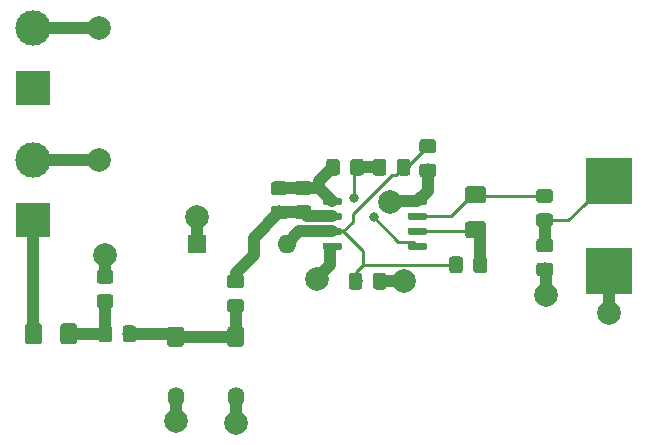
<source format=gbr>
G04 #@! TF.GenerationSoftware,KiCad,Pcbnew,(5.1.4)-1*
G04 #@! TF.CreationDate,2020-04-09T16:08:48+02:00*
G04 #@! TF.ProjectId,PIN_NiklasNachbau,50494e5f-4e69-46b6-9c61-734e61636862,rev?*
G04 #@! TF.SameCoordinates,Original*
G04 #@! TF.FileFunction,Copper,L1,Top*
G04 #@! TF.FilePolarity,Positive*
%FSLAX46Y46*%
G04 Gerber Fmt 4.6, Leading zero omitted, Abs format (unit mm)*
G04 Created by KiCad (PCBNEW (5.1.4)-1) date 2020-04-09 16:08:48*
%MOMM*%
%LPD*%
G04 APERTURE LIST*
%ADD10C,0.100000*%
%ADD11C,0.600000*%
%ADD12R,4.000000X4.000000*%
%ADD13C,1.150000*%
%ADD14C,1.425000*%
%ADD15C,3.000000*%
%ADD16R,3.000000X3.000000*%
%ADD17O,1.600000X1.600000*%
%ADD18R,1.600000X1.600000*%
%ADD19C,1.400000*%
%ADD20O,1.400000X1.700000*%
%ADD21C,2.000000*%
%ADD22C,0.800000*%
%ADD23C,1.000000*%
%ADD24C,0.250000*%
G04 APERTURE END LIST*
D10*
G36*
X138195704Y-67923723D02*
G01*
X138210265Y-67925883D01*
X138224544Y-67929460D01*
X138238404Y-67934419D01*
X138251711Y-67940713D01*
X138264337Y-67948281D01*
X138276160Y-67957049D01*
X138287067Y-67966935D01*
X138296953Y-67977842D01*
X138305721Y-67989665D01*
X138313289Y-68002291D01*
X138319583Y-68015598D01*
X138324542Y-68029458D01*
X138328119Y-68043737D01*
X138330279Y-68058298D01*
X138331001Y-68073001D01*
X138331001Y-68373001D01*
X138330279Y-68387704D01*
X138328119Y-68402265D01*
X138324542Y-68416544D01*
X138319583Y-68430404D01*
X138313289Y-68443711D01*
X138305721Y-68456337D01*
X138296953Y-68468160D01*
X138287067Y-68479067D01*
X138276160Y-68488953D01*
X138264337Y-68497721D01*
X138251711Y-68505289D01*
X138238404Y-68511583D01*
X138224544Y-68516542D01*
X138210265Y-68520119D01*
X138195704Y-68522279D01*
X138181001Y-68523001D01*
X136881001Y-68523001D01*
X136866298Y-68522279D01*
X136851737Y-68520119D01*
X136837458Y-68516542D01*
X136823598Y-68511583D01*
X136810291Y-68505289D01*
X136797665Y-68497721D01*
X136785842Y-68488953D01*
X136774935Y-68479067D01*
X136765049Y-68468160D01*
X136756281Y-68456337D01*
X136748713Y-68443711D01*
X136742419Y-68430404D01*
X136737460Y-68416544D01*
X136733883Y-68402265D01*
X136731723Y-68387704D01*
X136731001Y-68373001D01*
X136731001Y-68073001D01*
X136731723Y-68058298D01*
X136733883Y-68043737D01*
X136737460Y-68029458D01*
X136742419Y-68015598D01*
X136748713Y-68002291D01*
X136756281Y-67989665D01*
X136765049Y-67977842D01*
X136774935Y-67966935D01*
X136785842Y-67957049D01*
X136797665Y-67948281D01*
X136810291Y-67940713D01*
X136823598Y-67934419D01*
X136837458Y-67929460D01*
X136851737Y-67925883D01*
X136866298Y-67923723D01*
X136881001Y-67923001D01*
X138181001Y-67923001D01*
X138195704Y-67923723D01*
X138195704Y-67923723D01*
G37*
D11*
X137531001Y-68223001D03*
D10*
G36*
X138195704Y-69193723D02*
G01*
X138210265Y-69195883D01*
X138224544Y-69199460D01*
X138238404Y-69204419D01*
X138251711Y-69210713D01*
X138264337Y-69218281D01*
X138276160Y-69227049D01*
X138287067Y-69236935D01*
X138296953Y-69247842D01*
X138305721Y-69259665D01*
X138313289Y-69272291D01*
X138319583Y-69285598D01*
X138324542Y-69299458D01*
X138328119Y-69313737D01*
X138330279Y-69328298D01*
X138331001Y-69343001D01*
X138331001Y-69643001D01*
X138330279Y-69657704D01*
X138328119Y-69672265D01*
X138324542Y-69686544D01*
X138319583Y-69700404D01*
X138313289Y-69713711D01*
X138305721Y-69726337D01*
X138296953Y-69738160D01*
X138287067Y-69749067D01*
X138276160Y-69758953D01*
X138264337Y-69767721D01*
X138251711Y-69775289D01*
X138238404Y-69781583D01*
X138224544Y-69786542D01*
X138210265Y-69790119D01*
X138195704Y-69792279D01*
X138181001Y-69793001D01*
X136881001Y-69793001D01*
X136866298Y-69792279D01*
X136851737Y-69790119D01*
X136837458Y-69786542D01*
X136823598Y-69781583D01*
X136810291Y-69775289D01*
X136797665Y-69767721D01*
X136785842Y-69758953D01*
X136774935Y-69749067D01*
X136765049Y-69738160D01*
X136756281Y-69726337D01*
X136748713Y-69713711D01*
X136742419Y-69700404D01*
X136737460Y-69686544D01*
X136733883Y-69672265D01*
X136731723Y-69657704D01*
X136731001Y-69643001D01*
X136731001Y-69343001D01*
X136731723Y-69328298D01*
X136733883Y-69313737D01*
X136737460Y-69299458D01*
X136742419Y-69285598D01*
X136748713Y-69272291D01*
X136756281Y-69259665D01*
X136765049Y-69247842D01*
X136774935Y-69236935D01*
X136785842Y-69227049D01*
X136797665Y-69218281D01*
X136810291Y-69210713D01*
X136823598Y-69204419D01*
X136837458Y-69199460D01*
X136851737Y-69195883D01*
X136866298Y-69193723D01*
X136881001Y-69193001D01*
X138181001Y-69193001D01*
X138195704Y-69193723D01*
X138195704Y-69193723D01*
G37*
D11*
X137531001Y-69493001D03*
D10*
G36*
X138195704Y-70463723D02*
G01*
X138210265Y-70465883D01*
X138224544Y-70469460D01*
X138238404Y-70474419D01*
X138251711Y-70480713D01*
X138264337Y-70488281D01*
X138276160Y-70497049D01*
X138287067Y-70506935D01*
X138296953Y-70517842D01*
X138305721Y-70529665D01*
X138313289Y-70542291D01*
X138319583Y-70555598D01*
X138324542Y-70569458D01*
X138328119Y-70583737D01*
X138330279Y-70598298D01*
X138331001Y-70613001D01*
X138331001Y-70913001D01*
X138330279Y-70927704D01*
X138328119Y-70942265D01*
X138324542Y-70956544D01*
X138319583Y-70970404D01*
X138313289Y-70983711D01*
X138305721Y-70996337D01*
X138296953Y-71008160D01*
X138287067Y-71019067D01*
X138276160Y-71028953D01*
X138264337Y-71037721D01*
X138251711Y-71045289D01*
X138238404Y-71051583D01*
X138224544Y-71056542D01*
X138210265Y-71060119D01*
X138195704Y-71062279D01*
X138181001Y-71063001D01*
X136881001Y-71063001D01*
X136866298Y-71062279D01*
X136851737Y-71060119D01*
X136837458Y-71056542D01*
X136823598Y-71051583D01*
X136810291Y-71045289D01*
X136797665Y-71037721D01*
X136785842Y-71028953D01*
X136774935Y-71019067D01*
X136765049Y-71008160D01*
X136756281Y-70996337D01*
X136748713Y-70983711D01*
X136742419Y-70970404D01*
X136737460Y-70956544D01*
X136733883Y-70942265D01*
X136731723Y-70927704D01*
X136731001Y-70913001D01*
X136731001Y-70613001D01*
X136731723Y-70598298D01*
X136733883Y-70583737D01*
X136737460Y-70569458D01*
X136742419Y-70555598D01*
X136748713Y-70542291D01*
X136756281Y-70529665D01*
X136765049Y-70517842D01*
X136774935Y-70506935D01*
X136785842Y-70497049D01*
X136797665Y-70488281D01*
X136810291Y-70480713D01*
X136823598Y-70474419D01*
X136837458Y-70469460D01*
X136851737Y-70465883D01*
X136866298Y-70463723D01*
X136881001Y-70463001D01*
X138181001Y-70463001D01*
X138195704Y-70463723D01*
X138195704Y-70463723D01*
G37*
D11*
X137531001Y-70763001D03*
D10*
G36*
X138195704Y-71733723D02*
G01*
X138210265Y-71735883D01*
X138224544Y-71739460D01*
X138238404Y-71744419D01*
X138251711Y-71750713D01*
X138264337Y-71758281D01*
X138276160Y-71767049D01*
X138287067Y-71776935D01*
X138296953Y-71787842D01*
X138305721Y-71799665D01*
X138313289Y-71812291D01*
X138319583Y-71825598D01*
X138324542Y-71839458D01*
X138328119Y-71853737D01*
X138330279Y-71868298D01*
X138331001Y-71883001D01*
X138331001Y-72183001D01*
X138330279Y-72197704D01*
X138328119Y-72212265D01*
X138324542Y-72226544D01*
X138319583Y-72240404D01*
X138313289Y-72253711D01*
X138305721Y-72266337D01*
X138296953Y-72278160D01*
X138287067Y-72289067D01*
X138276160Y-72298953D01*
X138264337Y-72307721D01*
X138251711Y-72315289D01*
X138238404Y-72321583D01*
X138224544Y-72326542D01*
X138210265Y-72330119D01*
X138195704Y-72332279D01*
X138181001Y-72333001D01*
X136881001Y-72333001D01*
X136866298Y-72332279D01*
X136851737Y-72330119D01*
X136837458Y-72326542D01*
X136823598Y-72321583D01*
X136810291Y-72315289D01*
X136797665Y-72307721D01*
X136785842Y-72298953D01*
X136774935Y-72289067D01*
X136765049Y-72278160D01*
X136756281Y-72266337D01*
X136748713Y-72253711D01*
X136742419Y-72240404D01*
X136737460Y-72226544D01*
X136733883Y-72212265D01*
X136731723Y-72197704D01*
X136731001Y-72183001D01*
X136731001Y-71883001D01*
X136731723Y-71868298D01*
X136733883Y-71853737D01*
X136737460Y-71839458D01*
X136742419Y-71825598D01*
X136748713Y-71812291D01*
X136756281Y-71799665D01*
X136765049Y-71787842D01*
X136774935Y-71776935D01*
X136785842Y-71767049D01*
X136797665Y-71758281D01*
X136810291Y-71750713D01*
X136823598Y-71744419D01*
X136837458Y-71739460D01*
X136851737Y-71735883D01*
X136866298Y-71733723D01*
X136881001Y-71733001D01*
X138181001Y-71733001D01*
X138195704Y-71733723D01*
X138195704Y-71733723D01*
G37*
D11*
X137531001Y-72033001D03*
D10*
G36*
X130995704Y-71733723D02*
G01*
X131010265Y-71735883D01*
X131024544Y-71739460D01*
X131038404Y-71744419D01*
X131051711Y-71750713D01*
X131064337Y-71758281D01*
X131076160Y-71767049D01*
X131087067Y-71776935D01*
X131096953Y-71787842D01*
X131105721Y-71799665D01*
X131113289Y-71812291D01*
X131119583Y-71825598D01*
X131124542Y-71839458D01*
X131128119Y-71853737D01*
X131130279Y-71868298D01*
X131131001Y-71883001D01*
X131131001Y-72183001D01*
X131130279Y-72197704D01*
X131128119Y-72212265D01*
X131124542Y-72226544D01*
X131119583Y-72240404D01*
X131113289Y-72253711D01*
X131105721Y-72266337D01*
X131096953Y-72278160D01*
X131087067Y-72289067D01*
X131076160Y-72298953D01*
X131064337Y-72307721D01*
X131051711Y-72315289D01*
X131038404Y-72321583D01*
X131024544Y-72326542D01*
X131010265Y-72330119D01*
X130995704Y-72332279D01*
X130981001Y-72333001D01*
X129681001Y-72333001D01*
X129666298Y-72332279D01*
X129651737Y-72330119D01*
X129637458Y-72326542D01*
X129623598Y-72321583D01*
X129610291Y-72315289D01*
X129597665Y-72307721D01*
X129585842Y-72298953D01*
X129574935Y-72289067D01*
X129565049Y-72278160D01*
X129556281Y-72266337D01*
X129548713Y-72253711D01*
X129542419Y-72240404D01*
X129537460Y-72226544D01*
X129533883Y-72212265D01*
X129531723Y-72197704D01*
X129531001Y-72183001D01*
X129531001Y-71883001D01*
X129531723Y-71868298D01*
X129533883Y-71853737D01*
X129537460Y-71839458D01*
X129542419Y-71825598D01*
X129548713Y-71812291D01*
X129556281Y-71799665D01*
X129565049Y-71787842D01*
X129574935Y-71776935D01*
X129585842Y-71767049D01*
X129597665Y-71758281D01*
X129610291Y-71750713D01*
X129623598Y-71744419D01*
X129637458Y-71739460D01*
X129651737Y-71735883D01*
X129666298Y-71733723D01*
X129681001Y-71733001D01*
X130981001Y-71733001D01*
X130995704Y-71733723D01*
X130995704Y-71733723D01*
G37*
D11*
X130331001Y-72033001D03*
D10*
G36*
X130995704Y-70463723D02*
G01*
X131010265Y-70465883D01*
X131024544Y-70469460D01*
X131038404Y-70474419D01*
X131051711Y-70480713D01*
X131064337Y-70488281D01*
X131076160Y-70497049D01*
X131087067Y-70506935D01*
X131096953Y-70517842D01*
X131105721Y-70529665D01*
X131113289Y-70542291D01*
X131119583Y-70555598D01*
X131124542Y-70569458D01*
X131128119Y-70583737D01*
X131130279Y-70598298D01*
X131131001Y-70613001D01*
X131131001Y-70913001D01*
X131130279Y-70927704D01*
X131128119Y-70942265D01*
X131124542Y-70956544D01*
X131119583Y-70970404D01*
X131113289Y-70983711D01*
X131105721Y-70996337D01*
X131096953Y-71008160D01*
X131087067Y-71019067D01*
X131076160Y-71028953D01*
X131064337Y-71037721D01*
X131051711Y-71045289D01*
X131038404Y-71051583D01*
X131024544Y-71056542D01*
X131010265Y-71060119D01*
X130995704Y-71062279D01*
X130981001Y-71063001D01*
X129681001Y-71063001D01*
X129666298Y-71062279D01*
X129651737Y-71060119D01*
X129637458Y-71056542D01*
X129623598Y-71051583D01*
X129610291Y-71045289D01*
X129597665Y-71037721D01*
X129585842Y-71028953D01*
X129574935Y-71019067D01*
X129565049Y-71008160D01*
X129556281Y-70996337D01*
X129548713Y-70983711D01*
X129542419Y-70970404D01*
X129537460Y-70956544D01*
X129533883Y-70942265D01*
X129531723Y-70927704D01*
X129531001Y-70913001D01*
X129531001Y-70613001D01*
X129531723Y-70598298D01*
X129533883Y-70583737D01*
X129537460Y-70569458D01*
X129542419Y-70555598D01*
X129548713Y-70542291D01*
X129556281Y-70529665D01*
X129565049Y-70517842D01*
X129574935Y-70506935D01*
X129585842Y-70497049D01*
X129597665Y-70488281D01*
X129610291Y-70480713D01*
X129623598Y-70474419D01*
X129637458Y-70469460D01*
X129651737Y-70465883D01*
X129666298Y-70463723D01*
X129681001Y-70463001D01*
X130981001Y-70463001D01*
X130995704Y-70463723D01*
X130995704Y-70463723D01*
G37*
D11*
X130331001Y-70763001D03*
D10*
G36*
X130995704Y-69193723D02*
G01*
X131010265Y-69195883D01*
X131024544Y-69199460D01*
X131038404Y-69204419D01*
X131051711Y-69210713D01*
X131064337Y-69218281D01*
X131076160Y-69227049D01*
X131087067Y-69236935D01*
X131096953Y-69247842D01*
X131105721Y-69259665D01*
X131113289Y-69272291D01*
X131119583Y-69285598D01*
X131124542Y-69299458D01*
X131128119Y-69313737D01*
X131130279Y-69328298D01*
X131131001Y-69343001D01*
X131131001Y-69643001D01*
X131130279Y-69657704D01*
X131128119Y-69672265D01*
X131124542Y-69686544D01*
X131119583Y-69700404D01*
X131113289Y-69713711D01*
X131105721Y-69726337D01*
X131096953Y-69738160D01*
X131087067Y-69749067D01*
X131076160Y-69758953D01*
X131064337Y-69767721D01*
X131051711Y-69775289D01*
X131038404Y-69781583D01*
X131024544Y-69786542D01*
X131010265Y-69790119D01*
X130995704Y-69792279D01*
X130981001Y-69793001D01*
X129681001Y-69793001D01*
X129666298Y-69792279D01*
X129651737Y-69790119D01*
X129637458Y-69786542D01*
X129623598Y-69781583D01*
X129610291Y-69775289D01*
X129597665Y-69767721D01*
X129585842Y-69758953D01*
X129574935Y-69749067D01*
X129565049Y-69738160D01*
X129556281Y-69726337D01*
X129548713Y-69713711D01*
X129542419Y-69700404D01*
X129537460Y-69686544D01*
X129533883Y-69672265D01*
X129531723Y-69657704D01*
X129531001Y-69643001D01*
X129531001Y-69343001D01*
X129531723Y-69328298D01*
X129533883Y-69313737D01*
X129537460Y-69299458D01*
X129542419Y-69285598D01*
X129548713Y-69272291D01*
X129556281Y-69259665D01*
X129565049Y-69247842D01*
X129574935Y-69236935D01*
X129585842Y-69227049D01*
X129597665Y-69218281D01*
X129610291Y-69210713D01*
X129623598Y-69204419D01*
X129637458Y-69199460D01*
X129651737Y-69195883D01*
X129666298Y-69193723D01*
X129681001Y-69193001D01*
X130981001Y-69193001D01*
X130995704Y-69193723D01*
X130995704Y-69193723D01*
G37*
D11*
X130331001Y-69493001D03*
D10*
G36*
X130995704Y-67923723D02*
G01*
X131010265Y-67925883D01*
X131024544Y-67929460D01*
X131038404Y-67934419D01*
X131051711Y-67940713D01*
X131064337Y-67948281D01*
X131076160Y-67957049D01*
X131087067Y-67966935D01*
X131096953Y-67977842D01*
X131105721Y-67989665D01*
X131113289Y-68002291D01*
X131119583Y-68015598D01*
X131124542Y-68029458D01*
X131128119Y-68043737D01*
X131130279Y-68058298D01*
X131131001Y-68073001D01*
X131131001Y-68373001D01*
X131130279Y-68387704D01*
X131128119Y-68402265D01*
X131124542Y-68416544D01*
X131119583Y-68430404D01*
X131113289Y-68443711D01*
X131105721Y-68456337D01*
X131096953Y-68468160D01*
X131087067Y-68479067D01*
X131076160Y-68488953D01*
X131064337Y-68497721D01*
X131051711Y-68505289D01*
X131038404Y-68511583D01*
X131024544Y-68516542D01*
X131010265Y-68520119D01*
X130995704Y-68522279D01*
X130981001Y-68523001D01*
X129681001Y-68523001D01*
X129666298Y-68522279D01*
X129651737Y-68520119D01*
X129637458Y-68516542D01*
X129623598Y-68511583D01*
X129610291Y-68505289D01*
X129597665Y-68497721D01*
X129585842Y-68488953D01*
X129574935Y-68479067D01*
X129565049Y-68468160D01*
X129556281Y-68456337D01*
X129548713Y-68443711D01*
X129542419Y-68430404D01*
X129537460Y-68416544D01*
X129533883Y-68402265D01*
X129531723Y-68387704D01*
X129531001Y-68373001D01*
X129531001Y-68073001D01*
X129531723Y-68058298D01*
X129533883Y-68043737D01*
X129537460Y-68029458D01*
X129542419Y-68015598D01*
X129548713Y-68002291D01*
X129556281Y-67989665D01*
X129565049Y-67977842D01*
X129574935Y-67966935D01*
X129585842Y-67957049D01*
X129597665Y-67948281D01*
X129610291Y-67940713D01*
X129623598Y-67934419D01*
X129637458Y-67929460D01*
X129651737Y-67925883D01*
X129666298Y-67923723D01*
X129681001Y-67923001D01*
X130981001Y-67923001D01*
X130995704Y-67923723D01*
X130995704Y-67923723D01*
G37*
D11*
X130331001Y-68223001D03*
D12*
X153774000Y-74107000D03*
X153774000Y-66487000D03*
D10*
G36*
X148787505Y-73424204D02*
G01*
X148811773Y-73427804D01*
X148835572Y-73433765D01*
X148858671Y-73442030D01*
X148880850Y-73452520D01*
X148901893Y-73465132D01*
X148921599Y-73479747D01*
X148939777Y-73496223D01*
X148956253Y-73514401D01*
X148970868Y-73534107D01*
X148983480Y-73555150D01*
X148993970Y-73577329D01*
X149002235Y-73600428D01*
X149008196Y-73624227D01*
X149011796Y-73648495D01*
X149013000Y-73672999D01*
X149013000Y-74323001D01*
X149011796Y-74347505D01*
X149008196Y-74371773D01*
X149002235Y-74395572D01*
X148993970Y-74418671D01*
X148983480Y-74440850D01*
X148970868Y-74461893D01*
X148956253Y-74481599D01*
X148939777Y-74499777D01*
X148921599Y-74516253D01*
X148901893Y-74530868D01*
X148880850Y-74543480D01*
X148858671Y-74553970D01*
X148835572Y-74562235D01*
X148811773Y-74568196D01*
X148787505Y-74571796D01*
X148763001Y-74573000D01*
X147862999Y-74573000D01*
X147838495Y-74571796D01*
X147814227Y-74568196D01*
X147790428Y-74562235D01*
X147767329Y-74553970D01*
X147745150Y-74543480D01*
X147724107Y-74530868D01*
X147704401Y-74516253D01*
X147686223Y-74499777D01*
X147669747Y-74481599D01*
X147655132Y-74461893D01*
X147642520Y-74440850D01*
X147632030Y-74418671D01*
X147623765Y-74395572D01*
X147617804Y-74371773D01*
X147614204Y-74347505D01*
X147613000Y-74323001D01*
X147613000Y-73672999D01*
X147614204Y-73648495D01*
X147617804Y-73624227D01*
X147623765Y-73600428D01*
X147632030Y-73577329D01*
X147642520Y-73555150D01*
X147655132Y-73534107D01*
X147669747Y-73514401D01*
X147686223Y-73496223D01*
X147704401Y-73479747D01*
X147724107Y-73465132D01*
X147745150Y-73452520D01*
X147767329Y-73442030D01*
X147790428Y-73433765D01*
X147814227Y-73427804D01*
X147838495Y-73424204D01*
X147862999Y-73423000D01*
X148763001Y-73423000D01*
X148787505Y-73424204D01*
X148787505Y-73424204D01*
G37*
D13*
X148313000Y-73998000D03*
D10*
G36*
X148787505Y-71374204D02*
G01*
X148811773Y-71377804D01*
X148835572Y-71383765D01*
X148858671Y-71392030D01*
X148880850Y-71402520D01*
X148901893Y-71415132D01*
X148921599Y-71429747D01*
X148939777Y-71446223D01*
X148956253Y-71464401D01*
X148970868Y-71484107D01*
X148983480Y-71505150D01*
X148993970Y-71527329D01*
X149002235Y-71550428D01*
X149008196Y-71574227D01*
X149011796Y-71598495D01*
X149013000Y-71622999D01*
X149013000Y-72273001D01*
X149011796Y-72297505D01*
X149008196Y-72321773D01*
X149002235Y-72345572D01*
X148993970Y-72368671D01*
X148983480Y-72390850D01*
X148970868Y-72411893D01*
X148956253Y-72431599D01*
X148939777Y-72449777D01*
X148921599Y-72466253D01*
X148901893Y-72480868D01*
X148880850Y-72493480D01*
X148858671Y-72503970D01*
X148835572Y-72512235D01*
X148811773Y-72518196D01*
X148787505Y-72521796D01*
X148763001Y-72523000D01*
X147862999Y-72523000D01*
X147838495Y-72521796D01*
X147814227Y-72518196D01*
X147790428Y-72512235D01*
X147767329Y-72503970D01*
X147745150Y-72493480D01*
X147724107Y-72480868D01*
X147704401Y-72466253D01*
X147686223Y-72449777D01*
X147669747Y-72431599D01*
X147655132Y-72411893D01*
X147642520Y-72390850D01*
X147632030Y-72368671D01*
X147623765Y-72345572D01*
X147617804Y-72321773D01*
X147614204Y-72297505D01*
X147613000Y-72273001D01*
X147613000Y-71622999D01*
X147614204Y-71598495D01*
X147617804Y-71574227D01*
X147623765Y-71550428D01*
X147632030Y-71527329D01*
X147642520Y-71505150D01*
X147655132Y-71484107D01*
X147669747Y-71464401D01*
X147686223Y-71446223D01*
X147704401Y-71429747D01*
X147724107Y-71415132D01*
X147745150Y-71402520D01*
X147767329Y-71392030D01*
X147790428Y-71383765D01*
X147814227Y-71377804D01*
X147838495Y-71374204D01*
X147862999Y-71373000D01*
X148763001Y-71373000D01*
X148787505Y-71374204D01*
X148787505Y-71374204D01*
G37*
D13*
X148313000Y-71948000D03*
D10*
G36*
X148777505Y-69252204D02*
G01*
X148801773Y-69255804D01*
X148825572Y-69261765D01*
X148848671Y-69270030D01*
X148870850Y-69280520D01*
X148891893Y-69293132D01*
X148911599Y-69307747D01*
X148929777Y-69324223D01*
X148946253Y-69342401D01*
X148960868Y-69362107D01*
X148973480Y-69383150D01*
X148983970Y-69405329D01*
X148992235Y-69428428D01*
X148998196Y-69452227D01*
X149001796Y-69476495D01*
X149003000Y-69500999D01*
X149003000Y-70151001D01*
X149001796Y-70175505D01*
X148998196Y-70199773D01*
X148992235Y-70223572D01*
X148983970Y-70246671D01*
X148973480Y-70268850D01*
X148960868Y-70289893D01*
X148946253Y-70309599D01*
X148929777Y-70327777D01*
X148911599Y-70344253D01*
X148891893Y-70358868D01*
X148870850Y-70371480D01*
X148848671Y-70381970D01*
X148825572Y-70390235D01*
X148801773Y-70396196D01*
X148777505Y-70399796D01*
X148753001Y-70401000D01*
X147852999Y-70401000D01*
X147828495Y-70399796D01*
X147804227Y-70396196D01*
X147780428Y-70390235D01*
X147757329Y-70381970D01*
X147735150Y-70371480D01*
X147714107Y-70358868D01*
X147694401Y-70344253D01*
X147676223Y-70327777D01*
X147659747Y-70309599D01*
X147645132Y-70289893D01*
X147632520Y-70268850D01*
X147622030Y-70246671D01*
X147613765Y-70223572D01*
X147607804Y-70199773D01*
X147604204Y-70175505D01*
X147603000Y-70151001D01*
X147603000Y-69500999D01*
X147604204Y-69476495D01*
X147607804Y-69452227D01*
X147613765Y-69428428D01*
X147622030Y-69405329D01*
X147632520Y-69383150D01*
X147645132Y-69362107D01*
X147659747Y-69342401D01*
X147676223Y-69324223D01*
X147694401Y-69307747D01*
X147714107Y-69293132D01*
X147735150Y-69280520D01*
X147757329Y-69270030D01*
X147780428Y-69261765D01*
X147804227Y-69255804D01*
X147828495Y-69252204D01*
X147852999Y-69251000D01*
X148753001Y-69251000D01*
X148777505Y-69252204D01*
X148777505Y-69252204D01*
G37*
D13*
X148303000Y-69826000D03*
D10*
G36*
X148777505Y-67202204D02*
G01*
X148801773Y-67205804D01*
X148825572Y-67211765D01*
X148848671Y-67220030D01*
X148870850Y-67230520D01*
X148891893Y-67243132D01*
X148911599Y-67257747D01*
X148929777Y-67274223D01*
X148946253Y-67292401D01*
X148960868Y-67312107D01*
X148973480Y-67333150D01*
X148983970Y-67355329D01*
X148992235Y-67378428D01*
X148998196Y-67402227D01*
X149001796Y-67426495D01*
X149003000Y-67450999D01*
X149003000Y-68101001D01*
X149001796Y-68125505D01*
X148998196Y-68149773D01*
X148992235Y-68173572D01*
X148983970Y-68196671D01*
X148973480Y-68218850D01*
X148960868Y-68239893D01*
X148946253Y-68259599D01*
X148929777Y-68277777D01*
X148911599Y-68294253D01*
X148891893Y-68308868D01*
X148870850Y-68321480D01*
X148848671Y-68331970D01*
X148825572Y-68340235D01*
X148801773Y-68346196D01*
X148777505Y-68349796D01*
X148753001Y-68351000D01*
X147852999Y-68351000D01*
X147828495Y-68349796D01*
X147804227Y-68346196D01*
X147780428Y-68340235D01*
X147757329Y-68331970D01*
X147735150Y-68321480D01*
X147714107Y-68308868D01*
X147694401Y-68294253D01*
X147676223Y-68277777D01*
X147659747Y-68259599D01*
X147645132Y-68239893D01*
X147632520Y-68218850D01*
X147622030Y-68196671D01*
X147613765Y-68173572D01*
X147607804Y-68149773D01*
X147604204Y-68125505D01*
X147603000Y-68101001D01*
X147603000Y-67450999D01*
X147604204Y-67426495D01*
X147607804Y-67402227D01*
X147613765Y-67378428D01*
X147622030Y-67355329D01*
X147632520Y-67333150D01*
X147645132Y-67312107D01*
X147659747Y-67292401D01*
X147676223Y-67274223D01*
X147694401Y-67257747D01*
X147714107Y-67243132D01*
X147735150Y-67230520D01*
X147757329Y-67220030D01*
X147780428Y-67211765D01*
X147804227Y-67205804D01*
X147828495Y-67202204D01*
X147852999Y-67201000D01*
X148753001Y-67201000D01*
X148777505Y-67202204D01*
X148777505Y-67202204D01*
G37*
D13*
X148303000Y-67776000D03*
D10*
G36*
X143120504Y-66955204D02*
G01*
X143144773Y-66958804D01*
X143168571Y-66964765D01*
X143191671Y-66973030D01*
X143213849Y-66983520D01*
X143234893Y-66996133D01*
X143254598Y-67010747D01*
X143272777Y-67027223D01*
X143289253Y-67045402D01*
X143303867Y-67065107D01*
X143316480Y-67086151D01*
X143326970Y-67108329D01*
X143335235Y-67131429D01*
X143341196Y-67155227D01*
X143344796Y-67179496D01*
X143346000Y-67204000D01*
X143346000Y-68129000D01*
X143344796Y-68153504D01*
X143341196Y-68177773D01*
X143335235Y-68201571D01*
X143326970Y-68224671D01*
X143316480Y-68246849D01*
X143303867Y-68267893D01*
X143289253Y-68287598D01*
X143272777Y-68305777D01*
X143254598Y-68322253D01*
X143234893Y-68336867D01*
X143213849Y-68349480D01*
X143191671Y-68359970D01*
X143168571Y-68368235D01*
X143144773Y-68374196D01*
X143120504Y-68377796D01*
X143096000Y-68379000D01*
X141846000Y-68379000D01*
X141821496Y-68377796D01*
X141797227Y-68374196D01*
X141773429Y-68368235D01*
X141750329Y-68359970D01*
X141728151Y-68349480D01*
X141707107Y-68336867D01*
X141687402Y-68322253D01*
X141669223Y-68305777D01*
X141652747Y-68287598D01*
X141638133Y-68267893D01*
X141625520Y-68246849D01*
X141615030Y-68224671D01*
X141606765Y-68201571D01*
X141600804Y-68177773D01*
X141597204Y-68153504D01*
X141596000Y-68129000D01*
X141596000Y-67204000D01*
X141597204Y-67179496D01*
X141600804Y-67155227D01*
X141606765Y-67131429D01*
X141615030Y-67108329D01*
X141625520Y-67086151D01*
X141638133Y-67065107D01*
X141652747Y-67045402D01*
X141669223Y-67027223D01*
X141687402Y-67010747D01*
X141707107Y-66996133D01*
X141728151Y-66983520D01*
X141750329Y-66973030D01*
X141773429Y-66964765D01*
X141797227Y-66958804D01*
X141821496Y-66955204D01*
X141846000Y-66954000D01*
X143096000Y-66954000D01*
X143120504Y-66955204D01*
X143120504Y-66955204D01*
G37*
D14*
X142471000Y-67666500D03*
D10*
G36*
X143120504Y-69930204D02*
G01*
X143144773Y-69933804D01*
X143168571Y-69939765D01*
X143191671Y-69948030D01*
X143213849Y-69958520D01*
X143234893Y-69971133D01*
X143254598Y-69985747D01*
X143272777Y-70002223D01*
X143289253Y-70020402D01*
X143303867Y-70040107D01*
X143316480Y-70061151D01*
X143326970Y-70083329D01*
X143335235Y-70106429D01*
X143341196Y-70130227D01*
X143344796Y-70154496D01*
X143346000Y-70179000D01*
X143346000Y-71104000D01*
X143344796Y-71128504D01*
X143341196Y-71152773D01*
X143335235Y-71176571D01*
X143326970Y-71199671D01*
X143316480Y-71221849D01*
X143303867Y-71242893D01*
X143289253Y-71262598D01*
X143272777Y-71280777D01*
X143254598Y-71297253D01*
X143234893Y-71311867D01*
X143213849Y-71324480D01*
X143191671Y-71334970D01*
X143168571Y-71343235D01*
X143144773Y-71349196D01*
X143120504Y-71352796D01*
X143096000Y-71354000D01*
X141846000Y-71354000D01*
X141821496Y-71352796D01*
X141797227Y-71349196D01*
X141773429Y-71343235D01*
X141750329Y-71334970D01*
X141728151Y-71324480D01*
X141707107Y-71311867D01*
X141687402Y-71297253D01*
X141669223Y-71280777D01*
X141652747Y-71262598D01*
X141638133Y-71242893D01*
X141625520Y-71221849D01*
X141615030Y-71199671D01*
X141606765Y-71176571D01*
X141600804Y-71152773D01*
X141597204Y-71128504D01*
X141596000Y-71104000D01*
X141596000Y-70179000D01*
X141597204Y-70154496D01*
X141600804Y-70130227D01*
X141606765Y-70106429D01*
X141615030Y-70083329D01*
X141625520Y-70061151D01*
X141638133Y-70040107D01*
X141652747Y-70020402D01*
X141669223Y-70002223D01*
X141687402Y-69985747D01*
X141707107Y-69971133D01*
X141728151Y-69958520D01*
X141750329Y-69948030D01*
X141773429Y-69939765D01*
X141797227Y-69933804D01*
X141821496Y-69930204D01*
X141846000Y-69929000D01*
X143096000Y-69929000D01*
X143120504Y-69930204D01*
X143120504Y-69930204D01*
G37*
D14*
X142471000Y-70641500D03*
D10*
G36*
X143210505Y-72900204D02*
G01*
X143234773Y-72903804D01*
X143258572Y-72909765D01*
X143281671Y-72918030D01*
X143303850Y-72928520D01*
X143324893Y-72941132D01*
X143344599Y-72955747D01*
X143362777Y-72972223D01*
X143379253Y-72990401D01*
X143393868Y-73010107D01*
X143406480Y-73031150D01*
X143416970Y-73053329D01*
X143425235Y-73076428D01*
X143431196Y-73100227D01*
X143434796Y-73124495D01*
X143436000Y-73148999D01*
X143436000Y-74049001D01*
X143434796Y-74073505D01*
X143431196Y-74097773D01*
X143425235Y-74121572D01*
X143416970Y-74144671D01*
X143406480Y-74166850D01*
X143393868Y-74187893D01*
X143379253Y-74207599D01*
X143362777Y-74225777D01*
X143344599Y-74242253D01*
X143324893Y-74256868D01*
X143303850Y-74269480D01*
X143281671Y-74279970D01*
X143258572Y-74288235D01*
X143234773Y-74294196D01*
X143210505Y-74297796D01*
X143186001Y-74299000D01*
X142535999Y-74299000D01*
X142511495Y-74297796D01*
X142487227Y-74294196D01*
X142463428Y-74288235D01*
X142440329Y-74279970D01*
X142418150Y-74269480D01*
X142397107Y-74256868D01*
X142377401Y-74242253D01*
X142359223Y-74225777D01*
X142342747Y-74207599D01*
X142328132Y-74187893D01*
X142315520Y-74166850D01*
X142305030Y-74144671D01*
X142296765Y-74121572D01*
X142290804Y-74097773D01*
X142287204Y-74073505D01*
X142286000Y-74049001D01*
X142286000Y-73148999D01*
X142287204Y-73124495D01*
X142290804Y-73100227D01*
X142296765Y-73076428D01*
X142305030Y-73053329D01*
X142315520Y-73031150D01*
X142328132Y-73010107D01*
X142342747Y-72990401D01*
X142359223Y-72972223D01*
X142377401Y-72955747D01*
X142397107Y-72941132D01*
X142418150Y-72928520D01*
X142440329Y-72918030D01*
X142463428Y-72909765D01*
X142487227Y-72903804D01*
X142511495Y-72900204D01*
X142535999Y-72899000D01*
X143186001Y-72899000D01*
X143210505Y-72900204D01*
X143210505Y-72900204D01*
G37*
D13*
X142861000Y-73599000D03*
D10*
G36*
X141160505Y-72900204D02*
G01*
X141184773Y-72903804D01*
X141208572Y-72909765D01*
X141231671Y-72918030D01*
X141253850Y-72928520D01*
X141274893Y-72941132D01*
X141294599Y-72955747D01*
X141312777Y-72972223D01*
X141329253Y-72990401D01*
X141343868Y-73010107D01*
X141356480Y-73031150D01*
X141366970Y-73053329D01*
X141375235Y-73076428D01*
X141381196Y-73100227D01*
X141384796Y-73124495D01*
X141386000Y-73148999D01*
X141386000Y-74049001D01*
X141384796Y-74073505D01*
X141381196Y-74097773D01*
X141375235Y-74121572D01*
X141366970Y-74144671D01*
X141356480Y-74166850D01*
X141343868Y-74187893D01*
X141329253Y-74207599D01*
X141312777Y-74225777D01*
X141294599Y-74242253D01*
X141274893Y-74256868D01*
X141253850Y-74269480D01*
X141231671Y-74279970D01*
X141208572Y-74288235D01*
X141184773Y-74294196D01*
X141160505Y-74297796D01*
X141136001Y-74299000D01*
X140485999Y-74299000D01*
X140461495Y-74297796D01*
X140437227Y-74294196D01*
X140413428Y-74288235D01*
X140390329Y-74279970D01*
X140368150Y-74269480D01*
X140347107Y-74256868D01*
X140327401Y-74242253D01*
X140309223Y-74225777D01*
X140292747Y-74207599D01*
X140278132Y-74187893D01*
X140265520Y-74166850D01*
X140255030Y-74144671D01*
X140246765Y-74121572D01*
X140240804Y-74097773D01*
X140237204Y-74073505D01*
X140236000Y-74049001D01*
X140236000Y-73148999D01*
X140237204Y-73124495D01*
X140240804Y-73100227D01*
X140246765Y-73076428D01*
X140255030Y-73053329D01*
X140265520Y-73031150D01*
X140278132Y-73010107D01*
X140292747Y-72990401D01*
X140309223Y-72972223D01*
X140327401Y-72955747D01*
X140347107Y-72941132D01*
X140368150Y-72928520D01*
X140390329Y-72918030D01*
X140413428Y-72909765D01*
X140437227Y-72903804D01*
X140461495Y-72900204D01*
X140485999Y-72899000D01*
X141136001Y-72899000D01*
X141160505Y-72900204D01*
X141160505Y-72900204D01*
G37*
D13*
X140811000Y-73599000D03*
D10*
G36*
X136724505Y-64645204D02*
G01*
X136748773Y-64648804D01*
X136772572Y-64654765D01*
X136795671Y-64663030D01*
X136817850Y-64673520D01*
X136838893Y-64686132D01*
X136858599Y-64700747D01*
X136876777Y-64717223D01*
X136893253Y-64735401D01*
X136907868Y-64755107D01*
X136920480Y-64776150D01*
X136930970Y-64798329D01*
X136939235Y-64821428D01*
X136945196Y-64845227D01*
X136948796Y-64869495D01*
X136950000Y-64893999D01*
X136950000Y-65794001D01*
X136948796Y-65818505D01*
X136945196Y-65842773D01*
X136939235Y-65866572D01*
X136930970Y-65889671D01*
X136920480Y-65911850D01*
X136907868Y-65932893D01*
X136893253Y-65952599D01*
X136876777Y-65970777D01*
X136858599Y-65987253D01*
X136838893Y-66001868D01*
X136817850Y-66014480D01*
X136795671Y-66024970D01*
X136772572Y-66033235D01*
X136748773Y-66039196D01*
X136724505Y-66042796D01*
X136700001Y-66044000D01*
X136049999Y-66044000D01*
X136025495Y-66042796D01*
X136001227Y-66039196D01*
X135977428Y-66033235D01*
X135954329Y-66024970D01*
X135932150Y-66014480D01*
X135911107Y-66001868D01*
X135891401Y-65987253D01*
X135873223Y-65970777D01*
X135856747Y-65952599D01*
X135842132Y-65932893D01*
X135829520Y-65911850D01*
X135819030Y-65889671D01*
X135810765Y-65866572D01*
X135804804Y-65842773D01*
X135801204Y-65818505D01*
X135800000Y-65794001D01*
X135800000Y-64893999D01*
X135801204Y-64869495D01*
X135804804Y-64845227D01*
X135810765Y-64821428D01*
X135819030Y-64798329D01*
X135829520Y-64776150D01*
X135842132Y-64755107D01*
X135856747Y-64735401D01*
X135873223Y-64717223D01*
X135891401Y-64700747D01*
X135911107Y-64686132D01*
X135932150Y-64673520D01*
X135954329Y-64663030D01*
X135977428Y-64654765D01*
X136001227Y-64648804D01*
X136025495Y-64645204D01*
X136049999Y-64644000D01*
X136700001Y-64644000D01*
X136724505Y-64645204D01*
X136724505Y-64645204D01*
G37*
D13*
X136375000Y-65344000D03*
D10*
G36*
X134674505Y-64645204D02*
G01*
X134698773Y-64648804D01*
X134722572Y-64654765D01*
X134745671Y-64663030D01*
X134767850Y-64673520D01*
X134788893Y-64686132D01*
X134808599Y-64700747D01*
X134826777Y-64717223D01*
X134843253Y-64735401D01*
X134857868Y-64755107D01*
X134870480Y-64776150D01*
X134880970Y-64798329D01*
X134889235Y-64821428D01*
X134895196Y-64845227D01*
X134898796Y-64869495D01*
X134900000Y-64893999D01*
X134900000Y-65794001D01*
X134898796Y-65818505D01*
X134895196Y-65842773D01*
X134889235Y-65866572D01*
X134880970Y-65889671D01*
X134870480Y-65911850D01*
X134857868Y-65932893D01*
X134843253Y-65952599D01*
X134826777Y-65970777D01*
X134808599Y-65987253D01*
X134788893Y-66001868D01*
X134767850Y-66014480D01*
X134745671Y-66024970D01*
X134722572Y-66033235D01*
X134698773Y-66039196D01*
X134674505Y-66042796D01*
X134650001Y-66044000D01*
X133999999Y-66044000D01*
X133975495Y-66042796D01*
X133951227Y-66039196D01*
X133927428Y-66033235D01*
X133904329Y-66024970D01*
X133882150Y-66014480D01*
X133861107Y-66001868D01*
X133841401Y-65987253D01*
X133823223Y-65970777D01*
X133806747Y-65952599D01*
X133792132Y-65932893D01*
X133779520Y-65911850D01*
X133769030Y-65889671D01*
X133760765Y-65866572D01*
X133754804Y-65842773D01*
X133751204Y-65818505D01*
X133750000Y-65794001D01*
X133750000Y-64893999D01*
X133751204Y-64869495D01*
X133754804Y-64845227D01*
X133760765Y-64821428D01*
X133769030Y-64798329D01*
X133779520Y-64776150D01*
X133792132Y-64755107D01*
X133806747Y-64735401D01*
X133823223Y-64717223D01*
X133841401Y-64700747D01*
X133861107Y-64686132D01*
X133882150Y-64673520D01*
X133904329Y-64663030D01*
X133927428Y-64654765D01*
X133951227Y-64648804D01*
X133975495Y-64645204D01*
X133999999Y-64644000D01*
X134650001Y-64644000D01*
X134674505Y-64645204D01*
X134674505Y-64645204D01*
G37*
D13*
X134325000Y-65344000D03*
D10*
G36*
X126308505Y-68598204D02*
G01*
X126332773Y-68601804D01*
X126356572Y-68607765D01*
X126379671Y-68616030D01*
X126401850Y-68626520D01*
X126422893Y-68639132D01*
X126442599Y-68653747D01*
X126460777Y-68670223D01*
X126477253Y-68688401D01*
X126491868Y-68708107D01*
X126504480Y-68729150D01*
X126514970Y-68751329D01*
X126523235Y-68774428D01*
X126529196Y-68798227D01*
X126532796Y-68822495D01*
X126534000Y-68846999D01*
X126534000Y-69497001D01*
X126532796Y-69521505D01*
X126529196Y-69545773D01*
X126523235Y-69569572D01*
X126514970Y-69592671D01*
X126504480Y-69614850D01*
X126491868Y-69635893D01*
X126477253Y-69655599D01*
X126460777Y-69673777D01*
X126442599Y-69690253D01*
X126422893Y-69704868D01*
X126401850Y-69717480D01*
X126379671Y-69727970D01*
X126356572Y-69736235D01*
X126332773Y-69742196D01*
X126308505Y-69745796D01*
X126284001Y-69747000D01*
X125383999Y-69747000D01*
X125359495Y-69745796D01*
X125335227Y-69742196D01*
X125311428Y-69736235D01*
X125288329Y-69727970D01*
X125266150Y-69717480D01*
X125245107Y-69704868D01*
X125225401Y-69690253D01*
X125207223Y-69673777D01*
X125190747Y-69655599D01*
X125176132Y-69635893D01*
X125163520Y-69614850D01*
X125153030Y-69592671D01*
X125144765Y-69569572D01*
X125138804Y-69545773D01*
X125135204Y-69521505D01*
X125134000Y-69497001D01*
X125134000Y-68846999D01*
X125135204Y-68822495D01*
X125138804Y-68798227D01*
X125144765Y-68774428D01*
X125153030Y-68751329D01*
X125163520Y-68729150D01*
X125176132Y-68708107D01*
X125190747Y-68688401D01*
X125207223Y-68670223D01*
X125225401Y-68653747D01*
X125245107Y-68639132D01*
X125266150Y-68626520D01*
X125288329Y-68616030D01*
X125311428Y-68607765D01*
X125335227Y-68601804D01*
X125359495Y-68598204D01*
X125383999Y-68597000D01*
X126284001Y-68597000D01*
X126308505Y-68598204D01*
X126308505Y-68598204D01*
G37*
D13*
X125834000Y-69172000D03*
D10*
G36*
X126308505Y-66548204D02*
G01*
X126332773Y-66551804D01*
X126356572Y-66557765D01*
X126379671Y-66566030D01*
X126401850Y-66576520D01*
X126422893Y-66589132D01*
X126442599Y-66603747D01*
X126460777Y-66620223D01*
X126477253Y-66638401D01*
X126491868Y-66658107D01*
X126504480Y-66679150D01*
X126514970Y-66701329D01*
X126523235Y-66724428D01*
X126529196Y-66748227D01*
X126532796Y-66772495D01*
X126534000Y-66796999D01*
X126534000Y-67447001D01*
X126532796Y-67471505D01*
X126529196Y-67495773D01*
X126523235Y-67519572D01*
X126514970Y-67542671D01*
X126504480Y-67564850D01*
X126491868Y-67585893D01*
X126477253Y-67605599D01*
X126460777Y-67623777D01*
X126442599Y-67640253D01*
X126422893Y-67654868D01*
X126401850Y-67667480D01*
X126379671Y-67677970D01*
X126356572Y-67686235D01*
X126332773Y-67692196D01*
X126308505Y-67695796D01*
X126284001Y-67697000D01*
X125383999Y-67697000D01*
X125359495Y-67695796D01*
X125335227Y-67692196D01*
X125311428Y-67686235D01*
X125288329Y-67677970D01*
X125266150Y-67667480D01*
X125245107Y-67654868D01*
X125225401Y-67640253D01*
X125207223Y-67623777D01*
X125190747Y-67605599D01*
X125176132Y-67585893D01*
X125163520Y-67564850D01*
X125153030Y-67542671D01*
X125144765Y-67519572D01*
X125138804Y-67495773D01*
X125135204Y-67471505D01*
X125134000Y-67447001D01*
X125134000Y-66796999D01*
X125135204Y-66772495D01*
X125138804Y-66748227D01*
X125144765Y-66724428D01*
X125153030Y-66701329D01*
X125163520Y-66679150D01*
X125176132Y-66658107D01*
X125190747Y-66638401D01*
X125207223Y-66620223D01*
X125225401Y-66603747D01*
X125245107Y-66589132D01*
X125266150Y-66576520D01*
X125288329Y-66566030D01*
X125311428Y-66557765D01*
X125335227Y-66551804D01*
X125359495Y-66548204D01*
X125383999Y-66547000D01*
X126284001Y-66547000D01*
X126308505Y-66548204D01*
X126308505Y-66548204D01*
G37*
D13*
X125834000Y-67122000D03*
D10*
G36*
X138881505Y-65033204D02*
G01*
X138905773Y-65036804D01*
X138929572Y-65042765D01*
X138952671Y-65051030D01*
X138974850Y-65061520D01*
X138995893Y-65074132D01*
X139015599Y-65088747D01*
X139033777Y-65105223D01*
X139050253Y-65123401D01*
X139064868Y-65143107D01*
X139077480Y-65164150D01*
X139087970Y-65186329D01*
X139096235Y-65209428D01*
X139102196Y-65233227D01*
X139105796Y-65257495D01*
X139107000Y-65281999D01*
X139107000Y-65932001D01*
X139105796Y-65956505D01*
X139102196Y-65980773D01*
X139096235Y-66004572D01*
X139087970Y-66027671D01*
X139077480Y-66049850D01*
X139064868Y-66070893D01*
X139050253Y-66090599D01*
X139033777Y-66108777D01*
X139015599Y-66125253D01*
X138995893Y-66139868D01*
X138974850Y-66152480D01*
X138952671Y-66162970D01*
X138929572Y-66171235D01*
X138905773Y-66177196D01*
X138881505Y-66180796D01*
X138857001Y-66182000D01*
X137956999Y-66182000D01*
X137932495Y-66180796D01*
X137908227Y-66177196D01*
X137884428Y-66171235D01*
X137861329Y-66162970D01*
X137839150Y-66152480D01*
X137818107Y-66139868D01*
X137798401Y-66125253D01*
X137780223Y-66108777D01*
X137763747Y-66090599D01*
X137749132Y-66070893D01*
X137736520Y-66049850D01*
X137726030Y-66027671D01*
X137717765Y-66004572D01*
X137711804Y-65980773D01*
X137708204Y-65956505D01*
X137707000Y-65932001D01*
X137707000Y-65281999D01*
X137708204Y-65257495D01*
X137711804Y-65233227D01*
X137717765Y-65209428D01*
X137726030Y-65186329D01*
X137736520Y-65164150D01*
X137749132Y-65143107D01*
X137763747Y-65123401D01*
X137780223Y-65105223D01*
X137798401Y-65088747D01*
X137818107Y-65074132D01*
X137839150Y-65061520D01*
X137861329Y-65051030D01*
X137884428Y-65042765D01*
X137908227Y-65036804D01*
X137932495Y-65033204D01*
X137956999Y-65032000D01*
X138857001Y-65032000D01*
X138881505Y-65033204D01*
X138881505Y-65033204D01*
G37*
D13*
X138407000Y-65607000D03*
D10*
G36*
X138881505Y-62983204D02*
G01*
X138905773Y-62986804D01*
X138929572Y-62992765D01*
X138952671Y-63001030D01*
X138974850Y-63011520D01*
X138995893Y-63024132D01*
X139015599Y-63038747D01*
X139033777Y-63055223D01*
X139050253Y-63073401D01*
X139064868Y-63093107D01*
X139077480Y-63114150D01*
X139087970Y-63136329D01*
X139096235Y-63159428D01*
X139102196Y-63183227D01*
X139105796Y-63207495D01*
X139107000Y-63231999D01*
X139107000Y-63882001D01*
X139105796Y-63906505D01*
X139102196Y-63930773D01*
X139096235Y-63954572D01*
X139087970Y-63977671D01*
X139077480Y-63999850D01*
X139064868Y-64020893D01*
X139050253Y-64040599D01*
X139033777Y-64058777D01*
X139015599Y-64075253D01*
X138995893Y-64089868D01*
X138974850Y-64102480D01*
X138952671Y-64112970D01*
X138929572Y-64121235D01*
X138905773Y-64127196D01*
X138881505Y-64130796D01*
X138857001Y-64132000D01*
X137956999Y-64132000D01*
X137932495Y-64130796D01*
X137908227Y-64127196D01*
X137884428Y-64121235D01*
X137861329Y-64112970D01*
X137839150Y-64102480D01*
X137818107Y-64089868D01*
X137798401Y-64075253D01*
X137780223Y-64058777D01*
X137763747Y-64040599D01*
X137749132Y-64020893D01*
X137736520Y-63999850D01*
X137726030Y-63977671D01*
X137717765Y-63954572D01*
X137711804Y-63930773D01*
X137708204Y-63906505D01*
X137707000Y-63882001D01*
X137707000Y-63231999D01*
X137708204Y-63207495D01*
X137711804Y-63183227D01*
X137717765Y-63159428D01*
X137726030Y-63136329D01*
X137736520Y-63114150D01*
X137749132Y-63093107D01*
X137763747Y-63073401D01*
X137780223Y-63055223D01*
X137798401Y-63038747D01*
X137818107Y-63024132D01*
X137839150Y-63011520D01*
X137861329Y-63001030D01*
X137884428Y-62992765D01*
X137908227Y-62986804D01*
X137932495Y-62983204D01*
X137956999Y-62982000D01*
X138857001Y-62982000D01*
X138881505Y-62983204D01*
X138881505Y-62983204D01*
G37*
D13*
X138407000Y-63557000D03*
D10*
G36*
X113501505Y-78742204D02*
G01*
X113525773Y-78745804D01*
X113549572Y-78751765D01*
X113572671Y-78760030D01*
X113594850Y-78770520D01*
X113615893Y-78783132D01*
X113635599Y-78797747D01*
X113653777Y-78814223D01*
X113670253Y-78832401D01*
X113684868Y-78852107D01*
X113697480Y-78873150D01*
X113707970Y-78895329D01*
X113716235Y-78918428D01*
X113722196Y-78942227D01*
X113725796Y-78966495D01*
X113727000Y-78990999D01*
X113727000Y-79891001D01*
X113725796Y-79915505D01*
X113722196Y-79939773D01*
X113716235Y-79963572D01*
X113707970Y-79986671D01*
X113697480Y-80008850D01*
X113684868Y-80029893D01*
X113670253Y-80049599D01*
X113653777Y-80067777D01*
X113635599Y-80084253D01*
X113615893Y-80098868D01*
X113594850Y-80111480D01*
X113572671Y-80121970D01*
X113549572Y-80130235D01*
X113525773Y-80136196D01*
X113501505Y-80139796D01*
X113477001Y-80141000D01*
X112826999Y-80141000D01*
X112802495Y-80139796D01*
X112778227Y-80136196D01*
X112754428Y-80130235D01*
X112731329Y-80121970D01*
X112709150Y-80111480D01*
X112688107Y-80098868D01*
X112668401Y-80084253D01*
X112650223Y-80067777D01*
X112633747Y-80049599D01*
X112619132Y-80029893D01*
X112606520Y-80008850D01*
X112596030Y-79986671D01*
X112587765Y-79963572D01*
X112581804Y-79939773D01*
X112578204Y-79915505D01*
X112577000Y-79891001D01*
X112577000Y-78990999D01*
X112578204Y-78966495D01*
X112581804Y-78942227D01*
X112587765Y-78918428D01*
X112596030Y-78895329D01*
X112606520Y-78873150D01*
X112619132Y-78852107D01*
X112633747Y-78832401D01*
X112650223Y-78814223D01*
X112668401Y-78797747D01*
X112688107Y-78783132D01*
X112709150Y-78770520D01*
X112731329Y-78760030D01*
X112754428Y-78751765D01*
X112778227Y-78745804D01*
X112802495Y-78742204D01*
X112826999Y-78741000D01*
X113477001Y-78741000D01*
X113501505Y-78742204D01*
X113501505Y-78742204D01*
G37*
D13*
X113152000Y-79441000D03*
D10*
G36*
X111451505Y-78742204D02*
G01*
X111475773Y-78745804D01*
X111499572Y-78751765D01*
X111522671Y-78760030D01*
X111544850Y-78770520D01*
X111565893Y-78783132D01*
X111585599Y-78797747D01*
X111603777Y-78814223D01*
X111620253Y-78832401D01*
X111634868Y-78852107D01*
X111647480Y-78873150D01*
X111657970Y-78895329D01*
X111666235Y-78918428D01*
X111672196Y-78942227D01*
X111675796Y-78966495D01*
X111677000Y-78990999D01*
X111677000Y-79891001D01*
X111675796Y-79915505D01*
X111672196Y-79939773D01*
X111666235Y-79963572D01*
X111657970Y-79986671D01*
X111647480Y-80008850D01*
X111634868Y-80029893D01*
X111620253Y-80049599D01*
X111603777Y-80067777D01*
X111585599Y-80084253D01*
X111565893Y-80098868D01*
X111544850Y-80111480D01*
X111522671Y-80121970D01*
X111499572Y-80130235D01*
X111475773Y-80136196D01*
X111451505Y-80139796D01*
X111427001Y-80141000D01*
X110776999Y-80141000D01*
X110752495Y-80139796D01*
X110728227Y-80136196D01*
X110704428Y-80130235D01*
X110681329Y-80121970D01*
X110659150Y-80111480D01*
X110638107Y-80098868D01*
X110618401Y-80084253D01*
X110600223Y-80067777D01*
X110583747Y-80049599D01*
X110569132Y-80029893D01*
X110556520Y-80008850D01*
X110546030Y-79986671D01*
X110537765Y-79963572D01*
X110531804Y-79939773D01*
X110528204Y-79915505D01*
X110527000Y-79891001D01*
X110527000Y-78990999D01*
X110528204Y-78966495D01*
X110531804Y-78942227D01*
X110537765Y-78918428D01*
X110546030Y-78895329D01*
X110556520Y-78873150D01*
X110569132Y-78852107D01*
X110583747Y-78832401D01*
X110600223Y-78814223D01*
X110618401Y-78797747D01*
X110638107Y-78783132D01*
X110659150Y-78770520D01*
X110681329Y-78760030D01*
X110704428Y-78751765D01*
X110728227Y-78745804D01*
X110752495Y-78742204D01*
X110776999Y-78741000D01*
X111427001Y-78741000D01*
X111451505Y-78742204D01*
X111451505Y-78742204D01*
G37*
D13*
X111102000Y-79441000D03*
D10*
G36*
X108504504Y-78567204D02*
G01*
X108528773Y-78570804D01*
X108552571Y-78576765D01*
X108575671Y-78585030D01*
X108597849Y-78595520D01*
X108618893Y-78608133D01*
X108638598Y-78622747D01*
X108656777Y-78639223D01*
X108673253Y-78657402D01*
X108687867Y-78677107D01*
X108700480Y-78698151D01*
X108710970Y-78720329D01*
X108719235Y-78743429D01*
X108725196Y-78767227D01*
X108728796Y-78791496D01*
X108730000Y-78816000D01*
X108730000Y-80066000D01*
X108728796Y-80090504D01*
X108725196Y-80114773D01*
X108719235Y-80138571D01*
X108710970Y-80161671D01*
X108700480Y-80183849D01*
X108687867Y-80204893D01*
X108673253Y-80224598D01*
X108656777Y-80242777D01*
X108638598Y-80259253D01*
X108618893Y-80273867D01*
X108597849Y-80286480D01*
X108575671Y-80296970D01*
X108552571Y-80305235D01*
X108528773Y-80311196D01*
X108504504Y-80314796D01*
X108480000Y-80316000D01*
X107555000Y-80316000D01*
X107530496Y-80314796D01*
X107506227Y-80311196D01*
X107482429Y-80305235D01*
X107459329Y-80296970D01*
X107437151Y-80286480D01*
X107416107Y-80273867D01*
X107396402Y-80259253D01*
X107378223Y-80242777D01*
X107361747Y-80224598D01*
X107347133Y-80204893D01*
X107334520Y-80183849D01*
X107324030Y-80161671D01*
X107315765Y-80138571D01*
X107309804Y-80114773D01*
X107306204Y-80090504D01*
X107305000Y-80066000D01*
X107305000Y-78816000D01*
X107306204Y-78791496D01*
X107309804Y-78767227D01*
X107315765Y-78743429D01*
X107324030Y-78720329D01*
X107334520Y-78698151D01*
X107347133Y-78677107D01*
X107361747Y-78657402D01*
X107378223Y-78639223D01*
X107396402Y-78622747D01*
X107416107Y-78608133D01*
X107437151Y-78595520D01*
X107459329Y-78585030D01*
X107482429Y-78576765D01*
X107506227Y-78570804D01*
X107530496Y-78567204D01*
X107555000Y-78566000D01*
X108480000Y-78566000D01*
X108504504Y-78567204D01*
X108504504Y-78567204D01*
G37*
D14*
X108017500Y-79441000D03*
D10*
G36*
X105529504Y-78567204D02*
G01*
X105553773Y-78570804D01*
X105577571Y-78576765D01*
X105600671Y-78585030D01*
X105622849Y-78595520D01*
X105643893Y-78608133D01*
X105663598Y-78622747D01*
X105681777Y-78639223D01*
X105698253Y-78657402D01*
X105712867Y-78677107D01*
X105725480Y-78698151D01*
X105735970Y-78720329D01*
X105744235Y-78743429D01*
X105750196Y-78767227D01*
X105753796Y-78791496D01*
X105755000Y-78816000D01*
X105755000Y-80066000D01*
X105753796Y-80090504D01*
X105750196Y-80114773D01*
X105744235Y-80138571D01*
X105735970Y-80161671D01*
X105725480Y-80183849D01*
X105712867Y-80204893D01*
X105698253Y-80224598D01*
X105681777Y-80242777D01*
X105663598Y-80259253D01*
X105643893Y-80273867D01*
X105622849Y-80286480D01*
X105600671Y-80296970D01*
X105577571Y-80305235D01*
X105553773Y-80311196D01*
X105529504Y-80314796D01*
X105505000Y-80316000D01*
X104580000Y-80316000D01*
X104555496Y-80314796D01*
X104531227Y-80311196D01*
X104507429Y-80305235D01*
X104484329Y-80296970D01*
X104462151Y-80286480D01*
X104441107Y-80273867D01*
X104421402Y-80259253D01*
X104403223Y-80242777D01*
X104386747Y-80224598D01*
X104372133Y-80204893D01*
X104359520Y-80183849D01*
X104349030Y-80161671D01*
X104340765Y-80138571D01*
X104334804Y-80114773D01*
X104331204Y-80090504D01*
X104330000Y-80066000D01*
X104330000Y-78816000D01*
X104331204Y-78791496D01*
X104334804Y-78767227D01*
X104340765Y-78743429D01*
X104349030Y-78720329D01*
X104359520Y-78698151D01*
X104372133Y-78677107D01*
X104386747Y-78657402D01*
X104403223Y-78639223D01*
X104421402Y-78622747D01*
X104441107Y-78608133D01*
X104462151Y-78595520D01*
X104484329Y-78585030D01*
X104507429Y-78576765D01*
X104531227Y-78570804D01*
X104555496Y-78567204D01*
X104580000Y-78566000D01*
X105505000Y-78566000D01*
X105529504Y-78567204D01*
X105529504Y-78567204D01*
G37*
D14*
X105042500Y-79441000D03*
D15*
X105006000Y-53533000D03*
D16*
X105006000Y-58613000D03*
D15*
X105006000Y-64709000D03*
D16*
X105006000Y-69789000D03*
D17*
X126469000Y-71821000D03*
D18*
X118849000Y-71821000D03*
D10*
G36*
X117546226Y-78846200D02*
G01*
X117570417Y-78849788D01*
X117594139Y-78855730D01*
X117617165Y-78863969D01*
X117639272Y-78874425D01*
X117660248Y-78886998D01*
X117679891Y-78901566D01*
X117698011Y-78917989D01*
X117714434Y-78936109D01*
X117729002Y-78955752D01*
X117741575Y-78976728D01*
X117752031Y-78998835D01*
X117760270Y-79021861D01*
X117766212Y-79045583D01*
X117769800Y-79069774D01*
X117771000Y-79094200D01*
X117771000Y-80295800D01*
X117769800Y-80320226D01*
X117766212Y-80344417D01*
X117760270Y-80368139D01*
X117752031Y-80391165D01*
X117741575Y-80413272D01*
X117729002Y-80434248D01*
X117714434Y-80453891D01*
X117698011Y-80472011D01*
X117679891Y-80488434D01*
X117660248Y-80503002D01*
X117639272Y-80515575D01*
X117617165Y-80526031D01*
X117594139Y-80534270D01*
X117570417Y-80540212D01*
X117546226Y-80543800D01*
X117521800Y-80545000D01*
X116620200Y-80545000D01*
X116595774Y-80543800D01*
X116571583Y-80540212D01*
X116547861Y-80534270D01*
X116524835Y-80526031D01*
X116502728Y-80515575D01*
X116481752Y-80503002D01*
X116462109Y-80488434D01*
X116443989Y-80472011D01*
X116427566Y-80453891D01*
X116412998Y-80434248D01*
X116400425Y-80413272D01*
X116389969Y-80391165D01*
X116381730Y-80368139D01*
X116375788Y-80344417D01*
X116372200Y-80320226D01*
X116371000Y-80295800D01*
X116371000Y-79094200D01*
X116372200Y-79069774D01*
X116375788Y-79045583D01*
X116381730Y-79021861D01*
X116389969Y-78998835D01*
X116400425Y-78976728D01*
X116412998Y-78955752D01*
X116427566Y-78936109D01*
X116443989Y-78917989D01*
X116462109Y-78901566D01*
X116481752Y-78886998D01*
X116502728Y-78874425D01*
X116524835Y-78863969D01*
X116547861Y-78855730D01*
X116571583Y-78849788D01*
X116595774Y-78846200D01*
X116620200Y-78845000D01*
X117521800Y-78845000D01*
X117546226Y-78846200D01*
X117546226Y-78846200D01*
G37*
D19*
X117071000Y-79695000D03*
D20*
X117071000Y-84775000D03*
D10*
G36*
X122626226Y-78846200D02*
G01*
X122650417Y-78849788D01*
X122674139Y-78855730D01*
X122697165Y-78863969D01*
X122719272Y-78874425D01*
X122740248Y-78886998D01*
X122759891Y-78901566D01*
X122778011Y-78917989D01*
X122794434Y-78936109D01*
X122809002Y-78955752D01*
X122821575Y-78976728D01*
X122832031Y-78998835D01*
X122840270Y-79021861D01*
X122846212Y-79045583D01*
X122849800Y-79069774D01*
X122851000Y-79094200D01*
X122851000Y-80295800D01*
X122849800Y-80320226D01*
X122846212Y-80344417D01*
X122840270Y-80368139D01*
X122832031Y-80391165D01*
X122821575Y-80413272D01*
X122809002Y-80434248D01*
X122794434Y-80453891D01*
X122778011Y-80472011D01*
X122759891Y-80488434D01*
X122740248Y-80503002D01*
X122719272Y-80515575D01*
X122697165Y-80526031D01*
X122674139Y-80534270D01*
X122650417Y-80540212D01*
X122626226Y-80543800D01*
X122601800Y-80545000D01*
X121700200Y-80545000D01*
X121675774Y-80543800D01*
X121651583Y-80540212D01*
X121627861Y-80534270D01*
X121604835Y-80526031D01*
X121582728Y-80515575D01*
X121561752Y-80503002D01*
X121542109Y-80488434D01*
X121523989Y-80472011D01*
X121507566Y-80453891D01*
X121492998Y-80434248D01*
X121480425Y-80413272D01*
X121469969Y-80391165D01*
X121461730Y-80368139D01*
X121455788Y-80344417D01*
X121452200Y-80320226D01*
X121451000Y-80295800D01*
X121451000Y-79094200D01*
X121452200Y-79069774D01*
X121455788Y-79045583D01*
X121461730Y-79021861D01*
X121469969Y-78998835D01*
X121480425Y-78976728D01*
X121492998Y-78955752D01*
X121507566Y-78936109D01*
X121523989Y-78917989D01*
X121542109Y-78901566D01*
X121561752Y-78886998D01*
X121582728Y-78874425D01*
X121604835Y-78863969D01*
X121627861Y-78855730D01*
X121651583Y-78849788D01*
X121675774Y-78846200D01*
X121700200Y-78845000D01*
X122601800Y-78845000D01*
X122626226Y-78846200D01*
X122626226Y-78846200D01*
G37*
D19*
X122151000Y-79695000D03*
D20*
X122151000Y-84775000D03*
D10*
G36*
X130737505Y-64645204D02*
G01*
X130761773Y-64648804D01*
X130785572Y-64654765D01*
X130808671Y-64663030D01*
X130830850Y-64673520D01*
X130851893Y-64686132D01*
X130871599Y-64700747D01*
X130889777Y-64717223D01*
X130906253Y-64735401D01*
X130920868Y-64755107D01*
X130933480Y-64776150D01*
X130943970Y-64798329D01*
X130952235Y-64821428D01*
X130958196Y-64845227D01*
X130961796Y-64869495D01*
X130963000Y-64893999D01*
X130963000Y-65794001D01*
X130961796Y-65818505D01*
X130958196Y-65842773D01*
X130952235Y-65866572D01*
X130943970Y-65889671D01*
X130933480Y-65911850D01*
X130920868Y-65932893D01*
X130906253Y-65952599D01*
X130889777Y-65970777D01*
X130871599Y-65987253D01*
X130851893Y-66001868D01*
X130830850Y-66014480D01*
X130808671Y-66024970D01*
X130785572Y-66033235D01*
X130761773Y-66039196D01*
X130737505Y-66042796D01*
X130713001Y-66044000D01*
X130062999Y-66044000D01*
X130038495Y-66042796D01*
X130014227Y-66039196D01*
X129990428Y-66033235D01*
X129967329Y-66024970D01*
X129945150Y-66014480D01*
X129924107Y-66001868D01*
X129904401Y-65987253D01*
X129886223Y-65970777D01*
X129869747Y-65952599D01*
X129855132Y-65932893D01*
X129842520Y-65911850D01*
X129832030Y-65889671D01*
X129823765Y-65866572D01*
X129817804Y-65842773D01*
X129814204Y-65818505D01*
X129813000Y-65794001D01*
X129813000Y-64893999D01*
X129814204Y-64869495D01*
X129817804Y-64845227D01*
X129823765Y-64821428D01*
X129832030Y-64798329D01*
X129842520Y-64776150D01*
X129855132Y-64755107D01*
X129869747Y-64735401D01*
X129886223Y-64717223D01*
X129904401Y-64700747D01*
X129924107Y-64686132D01*
X129945150Y-64673520D01*
X129967329Y-64663030D01*
X129990428Y-64654765D01*
X130014227Y-64648804D01*
X130038495Y-64645204D01*
X130062999Y-64644000D01*
X130713001Y-64644000D01*
X130737505Y-64645204D01*
X130737505Y-64645204D01*
G37*
D13*
X130388000Y-65344000D03*
D10*
G36*
X132787505Y-64645204D02*
G01*
X132811773Y-64648804D01*
X132835572Y-64654765D01*
X132858671Y-64663030D01*
X132880850Y-64673520D01*
X132901893Y-64686132D01*
X132921599Y-64700747D01*
X132939777Y-64717223D01*
X132956253Y-64735401D01*
X132970868Y-64755107D01*
X132983480Y-64776150D01*
X132993970Y-64798329D01*
X133002235Y-64821428D01*
X133008196Y-64845227D01*
X133011796Y-64869495D01*
X133013000Y-64893999D01*
X133013000Y-65794001D01*
X133011796Y-65818505D01*
X133008196Y-65842773D01*
X133002235Y-65866572D01*
X132993970Y-65889671D01*
X132983480Y-65911850D01*
X132970868Y-65932893D01*
X132956253Y-65952599D01*
X132939777Y-65970777D01*
X132921599Y-65987253D01*
X132901893Y-66001868D01*
X132880850Y-66014480D01*
X132858671Y-66024970D01*
X132835572Y-66033235D01*
X132811773Y-66039196D01*
X132787505Y-66042796D01*
X132763001Y-66044000D01*
X132112999Y-66044000D01*
X132088495Y-66042796D01*
X132064227Y-66039196D01*
X132040428Y-66033235D01*
X132017329Y-66024970D01*
X131995150Y-66014480D01*
X131974107Y-66001868D01*
X131954401Y-65987253D01*
X131936223Y-65970777D01*
X131919747Y-65952599D01*
X131905132Y-65932893D01*
X131892520Y-65911850D01*
X131882030Y-65889671D01*
X131873765Y-65866572D01*
X131867804Y-65842773D01*
X131864204Y-65818505D01*
X131863000Y-65794001D01*
X131863000Y-64893999D01*
X131864204Y-64869495D01*
X131867804Y-64845227D01*
X131873765Y-64821428D01*
X131882030Y-64798329D01*
X131892520Y-64776150D01*
X131905132Y-64755107D01*
X131919747Y-64735401D01*
X131936223Y-64717223D01*
X131954401Y-64700747D01*
X131974107Y-64686132D01*
X131995150Y-64673520D01*
X132017329Y-64663030D01*
X132040428Y-64654765D01*
X132064227Y-64648804D01*
X132088495Y-64645204D01*
X132112999Y-64644000D01*
X132763001Y-64644000D01*
X132787505Y-64645204D01*
X132787505Y-64645204D01*
G37*
D13*
X132438000Y-65344000D03*
D10*
G36*
X134701505Y-74297204D02*
G01*
X134725773Y-74300804D01*
X134749572Y-74306765D01*
X134772671Y-74315030D01*
X134794850Y-74325520D01*
X134815893Y-74338132D01*
X134835599Y-74352747D01*
X134853777Y-74369223D01*
X134870253Y-74387401D01*
X134884868Y-74407107D01*
X134897480Y-74428150D01*
X134907970Y-74450329D01*
X134916235Y-74473428D01*
X134922196Y-74497227D01*
X134925796Y-74521495D01*
X134927000Y-74545999D01*
X134927000Y-75446001D01*
X134925796Y-75470505D01*
X134922196Y-75494773D01*
X134916235Y-75518572D01*
X134907970Y-75541671D01*
X134897480Y-75563850D01*
X134884868Y-75584893D01*
X134870253Y-75604599D01*
X134853777Y-75622777D01*
X134835599Y-75639253D01*
X134815893Y-75653868D01*
X134794850Y-75666480D01*
X134772671Y-75676970D01*
X134749572Y-75685235D01*
X134725773Y-75691196D01*
X134701505Y-75694796D01*
X134677001Y-75696000D01*
X134026999Y-75696000D01*
X134002495Y-75694796D01*
X133978227Y-75691196D01*
X133954428Y-75685235D01*
X133931329Y-75676970D01*
X133909150Y-75666480D01*
X133888107Y-75653868D01*
X133868401Y-75639253D01*
X133850223Y-75622777D01*
X133833747Y-75604599D01*
X133819132Y-75584893D01*
X133806520Y-75563850D01*
X133796030Y-75541671D01*
X133787765Y-75518572D01*
X133781804Y-75494773D01*
X133778204Y-75470505D01*
X133777000Y-75446001D01*
X133777000Y-74545999D01*
X133778204Y-74521495D01*
X133781804Y-74497227D01*
X133787765Y-74473428D01*
X133796030Y-74450329D01*
X133806520Y-74428150D01*
X133819132Y-74407107D01*
X133833747Y-74387401D01*
X133850223Y-74369223D01*
X133868401Y-74352747D01*
X133888107Y-74338132D01*
X133909150Y-74325520D01*
X133931329Y-74315030D01*
X133954428Y-74306765D01*
X133978227Y-74300804D01*
X134002495Y-74297204D01*
X134026999Y-74296000D01*
X134677001Y-74296000D01*
X134701505Y-74297204D01*
X134701505Y-74297204D01*
G37*
D13*
X134352000Y-74996000D03*
D10*
G36*
X132651505Y-74297204D02*
G01*
X132675773Y-74300804D01*
X132699572Y-74306765D01*
X132722671Y-74315030D01*
X132744850Y-74325520D01*
X132765893Y-74338132D01*
X132785599Y-74352747D01*
X132803777Y-74369223D01*
X132820253Y-74387401D01*
X132834868Y-74407107D01*
X132847480Y-74428150D01*
X132857970Y-74450329D01*
X132866235Y-74473428D01*
X132872196Y-74497227D01*
X132875796Y-74521495D01*
X132877000Y-74545999D01*
X132877000Y-75446001D01*
X132875796Y-75470505D01*
X132872196Y-75494773D01*
X132866235Y-75518572D01*
X132857970Y-75541671D01*
X132847480Y-75563850D01*
X132834868Y-75584893D01*
X132820253Y-75604599D01*
X132803777Y-75622777D01*
X132785599Y-75639253D01*
X132765893Y-75653868D01*
X132744850Y-75666480D01*
X132722671Y-75676970D01*
X132699572Y-75685235D01*
X132675773Y-75691196D01*
X132651505Y-75694796D01*
X132627001Y-75696000D01*
X131976999Y-75696000D01*
X131952495Y-75694796D01*
X131928227Y-75691196D01*
X131904428Y-75685235D01*
X131881329Y-75676970D01*
X131859150Y-75666480D01*
X131838107Y-75653868D01*
X131818401Y-75639253D01*
X131800223Y-75622777D01*
X131783747Y-75604599D01*
X131769132Y-75584893D01*
X131756520Y-75563850D01*
X131746030Y-75541671D01*
X131737765Y-75518572D01*
X131731804Y-75494773D01*
X131728204Y-75470505D01*
X131727000Y-75446001D01*
X131727000Y-74545999D01*
X131728204Y-74521495D01*
X131731804Y-74497227D01*
X131737765Y-74473428D01*
X131746030Y-74450329D01*
X131756520Y-74428150D01*
X131769132Y-74407107D01*
X131783747Y-74387401D01*
X131800223Y-74369223D01*
X131818401Y-74352747D01*
X131838107Y-74338132D01*
X131859150Y-74325520D01*
X131881329Y-74315030D01*
X131904428Y-74306765D01*
X131928227Y-74300804D01*
X131952495Y-74297204D01*
X131976999Y-74296000D01*
X132627001Y-74296000D01*
X132651505Y-74297204D01*
X132651505Y-74297204D01*
G37*
D13*
X132302000Y-74996000D03*
D10*
G36*
X128340504Y-68572205D02*
G01*
X128364772Y-68575805D01*
X128388571Y-68581766D01*
X128411670Y-68590031D01*
X128433849Y-68600521D01*
X128454892Y-68613133D01*
X128474598Y-68627748D01*
X128492776Y-68644224D01*
X128509252Y-68662402D01*
X128523867Y-68682108D01*
X128536479Y-68703151D01*
X128546969Y-68725330D01*
X128555234Y-68748429D01*
X128561195Y-68772228D01*
X128564795Y-68796496D01*
X128565999Y-68821000D01*
X128565999Y-69471002D01*
X128564795Y-69495506D01*
X128561195Y-69519774D01*
X128555234Y-69543573D01*
X128546969Y-69566672D01*
X128536479Y-69588851D01*
X128523867Y-69609894D01*
X128509252Y-69629600D01*
X128492776Y-69647778D01*
X128474598Y-69664254D01*
X128454892Y-69678869D01*
X128433849Y-69691481D01*
X128411670Y-69701971D01*
X128388571Y-69710236D01*
X128364772Y-69716197D01*
X128340504Y-69719797D01*
X128316000Y-69721001D01*
X127415998Y-69721001D01*
X127391494Y-69719797D01*
X127367226Y-69716197D01*
X127343427Y-69710236D01*
X127320328Y-69701971D01*
X127298149Y-69691481D01*
X127277106Y-69678869D01*
X127257400Y-69664254D01*
X127239222Y-69647778D01*
X127222746Y-69629600D01*
X127208131Y-69609894D01*
X127195519Y-69588851D01*
X127185029Y-69566672D01*
X127176764Y-69543573D01*
X127170803Y-69519774D01*
X127167203Y-69495506D01*
X127165999Y-69471002D01*
X127165999Y-68821000D01*
X127167203Y-68796496D01*
X127170803Y-68772228D01*
X127176764Y-68748429D01*
X127185029Y-68725330D01*
X127195519Y-68703151D01*
X127208131Y-68682108D01*
X127222746Y-68662402D01*
X127239222Y-68644224D01*
X127257400Y-68627748D01*
X127277106Y-68613133D01*
X127298149Y-68600521D01*
X127320328Y-68590031D01*
X127343427Y-68581766D01*
X127367226Y-68575805D01*
X127391494Y-68572205D01*
X127415998Y-68571001D01*
X128316000Y-68571001D01*
X128340504Y-68572205D01*
X128340504Y-68572205D01*
G37*
D13*
X127865999Y-69146001D03*
D10*
G36*
X128340504Y-66522205D02*
G01*
X128364772Y-66525805D01*
X128388571Y-66531766D01*
X128411670Y-66540031D01*
X128433849Y-66550521D01*
X128454892Y-66563133D01*
X128474598Y-66577748D01*
X128492776Y-66594224D01*
X128509252Y-66612402D01*
X128523867Y-66632108D01*
X128536479Y-66653151D01*
X128546969Y-66675330D01*
X128555234Y-66698429D01*
X128561195Y-66722228D01*
X128564795Y-66746496D01*
X128565999Y-66771000D01*
X128565999Y-67421002D01*
X128564795Y-67445506D01*
X128561195Y-67469774D01*
X128555234Y-67493573D01*
X128546969Y-67516672D01*
X128536479Y-67538851D01*
X128523867Y-67559894D01*
X128509252Y-67579600D01*
X128492776Y-67597778D01*
X128474598Y-67614254D01*
X128454892Y-67628869D01*
X128433849Y-67641481D01*
X128411670Y-67651971D01*
X128388571Y-67660236D01*
X128364772Y-67666197D01*
X128340504Y-67669797D01*
X128316000Y-67671001D01*
X127415998Y-67671001D01*
X127391494Y-67669797D01*
X127367226Y-67666197D01*
X127343427Y-67660236D01*
X127320328Y-67651971D01*
X127298149Y-67641481D01*
X127277106Y-67628869D01*
X127257400Y-67614254D01*
X127239222Y-67597778D01*
X127222746Y-67579600D01*
X127208131Y-67559894D01*
X127195519Y-67538851D01*
X127185029Y-67516672D01*
X127176764Y-67493573D01*
X127170803Y-67469774D01*
X127167203Y-67445506D01*
X127165999Y-67421002D01*
X127165999Y-66771000D01*
X127167203Y-66746496D01*
X127170803Y-66722228D01*
X127176764Y-66698429D01*
X127185029Y-66675330D01*
X127195519Y-66653151D01*
X127208131Y-66632108D01*
X127222746Y-66612402D01*
X127239222Y-66594224D01*
X127257400Y-66577748D01*
X127277106Y-66563133D01*
X127298149Y-66550521D01*
X127320328Y-66540031D01*
X127343427Y-66531766D01*
X127367226Y-66525805D01*
X127391494Y-66522205D01*
X127415998Y-66521001D01*
X128316000Y-66521001D01*
X128340504Y-66522205D01*
X128340504Y-66522205D01*
G37*
D13*
X127865999Y-67096001D03*
D10*
G36*
X122615505Y-76491204D02*
G01*
X122639773Y-76494804D01*
X122663572Y-76500765D01*
X122686671Y-76509030D01*
X122708850Y-76519520D01*
X122729893Y-76532132D01*
X122749599Y-76546747D01*
X122767777Y-76563223D01*
X122784253Y-76581401D01*
X122798868Y-76601107D01*
X122811480Y-76622150D01*
X122821970Y-76644329D01*
X122830235Y-76667428D01*
X122836196Y-76691227D01*
X122839796Y-76715495D01*
X122841000Y-76739999D01*
X122841000Y-77390001D01*
X122839796Y-77414505D01*
X122836196Y-77438773D01*
X122830235Y-77462572D01*
X122821970Y-77485671D01*
X122811480Y-77507850D01*
X122798868Y-77528893D01*
X122784253Y-77548599D01*
X122767777Y-77566777D01*
X122749599Y-77583253D01*
X122729893Y-77597868D01*
X122708850Y-77610480D01*
X122686671Y-77620970D01*
X122663572Y-77629235D01*
X122639773Y-77635196D01*
X122615505Y-77638796D01*
X122591001Y-77640000D01*
X121690999Y-77640000D01*
X121666495Y-77638796D01*
X121642227Y-77635196D01*
X121618428Y-77629235D01*
X121595329Y-77620970D01*
X121573150Y-77610480D01*
X121552107Y-77597868D01*
X121532401Y-77583253D01*
X121514223Y-77566777D01*
X121497747Y-77548599D01*
X121483132Y-77528893D01*
X121470520Y-77507850D01*
X121460030Y-77485671D01*
X121451765Y-77462572D01*
X121445804Y-77438773D01*
X121442204Y-77414505D01*
X121441000Y-77390001D01*
X121441000Y-76739999D01*
X121442204Y-76715495D01*
X121445804Y-76691227D01*
X121451765Y-76667428D01*
X121460030Y-76644329D01*
X121470520Y-76622150D01*
X121483132Y-76601107D01*
X121497747Y-76581401D01*
X121514223Y-76563223D01*
X121532401Y-76546747D01*
X121552107Y-76532132D01*
X121573150Y-76519520D01*
X121595329Y-76509030D01*
X121618428Y-76500765D01*
X121642227Y-76494804D01*
X121666495Y-76491204D01*
X121690999Y-76490000D01*
X122591001Y-76490000D01*
X122615505Y-76491204D01*
X122615505Y-76491204D01*
G37*
D13*
X122141000Y-77065000D03*
D10*
G36*
X122615505Y-74441204D02*
G01*
X122639773Y-74444804D01*
X122663572Y-74450765D01*
X122686671Y-74459030D01*
X122708850Y-74469520D01*
X122729893Y-74482132D01*
X122749599Y-74496747D01*
X122767777Y-74513223D01*
X122784253Y-74531401D01*
X122798868Y-74551107D01*
X122811480Y-74572150D01*
X122821970Y-74594329D01*
X122830235Y-74617428D01*
X122836196Y-74641227D01*
X122839796Y-74665495D01*
X122841000Y-74689999D01*
X122841000Y-75340001D01*
X122839796Y-75364505D01*
X122836196Y-75388773D01*
X122830235Y-75412572D01*
X122821970Y-75435671D01*
X122811480Y-75457850D01*
X122798868Y-75478893D01*
X122784253Y-75498599D01*
X122767777Y-75516777D01*
X122749599Y-75533253D01*
X122729893Y-75547868D01*
X122708850Y-75560480D01*
X122686671Y-75570970D01*
X122663572Y-75579235D01*
X122639773Y-75585196D01*
X122615505Y-75588796D01*
X122591001Y-75590000D01*
X121690999Y-75590000D01*
X121666495Y-75588796D01*
X121642227Y-75585196D01*
X121618428Y-75579235D01*
X121595329Y-75570970D01*
X121573150Y-75560480D01*
X121552107Y-75547868D01*
X121532401Y-75533253D01*
X121514223Y-75516777D01*
X121497747Y-75498599D01*
X121483132Y-75478893D01*
X121470520Y-75457850D01*
X121460030Y-75435671D01*
X121451765Y-75412572D01*
X121445804Y-75388773D01*
X121442204Y-75364505D01*
X121441000Y-75340001D01*
X121441000Y-74689999D01*
X121442204Y-74665495D01*
X121445804Y-74641227D01*
X121451765Y-74617428D01*
X121460030Y-74594329D01*
X121470520Y-74572150D01*
X121483132Y-74551107D01*
X121497747Y-74531401D01*
X121514223Y-74513223D01*
X121532401Y-74496747D01*
X121552107Y-74482132D01*
X121573150Y-74469520D01*
X121595329Y-74459030D01*
X121618428Y-74450765D01*
X121642227Y-74444804D01*
X121666495Y-74441204D01*
X121690999Y-74440000D01*
X122591001Y-74440000D01*
X122615505Y-74441204D01*
X122615505Y-74441204D01*
G37*
D13*
X122141000Y-75015000D03*
D10*
G36*
X111566505Y-74051204D02*
G01*
X111590773Y-74054804D01*
X111614572Y-74060765D01*
X111637671Y-74069030D01*
X111659850Y-74079520D01*
X111680893Y-74092132D01*
X111700599Y-74106747D01*
X111718777Y-74123223D01*
X111735253Y-74141401D01*
X111749868Y-74161107D01*
X111762480Y-74182150D01*
X111772970Y-74204329D01*
X111781235Y-74227428D01*
X111787196Y-74251227D01*
X111790796Y-74275495D01*
X111792000Y-74299999D01*
X111792000Y-74950001D01*
X111790796Y-74974505D01*
X111787196Y-74998773D01*
X111781235Y-75022572D01*
X111772970Y-75045671D01*
X111762480Y-75067850D01*
X111749868Y-75088893D01*
X111735253Y-75108599D01*
X111718777Y-75126777D01*
X111700599Y-75143253D01*
X111680893Y-75157868D01*
X111659850Y-75170480D01*
X111637671Y-75180970D01*
X111614572Y-75189235D01*
X111590773Y-75195196D01*
X111566505Y-75198796D01*
X111542001Y-75200000D01*
X110641999Y-75200000D01*
X110617495Y-75198796D01*
X110593227Y-75195196D01*
X110569428Y-75189235D01*
X110546329Y-75180970D01*
X110524150Y-75170480D01*
X110503107Y-75157868D01*
X110483401Y-75143253D01*
X110465223Y-75126777D01*
X110448747Y-75108599D01*
X110434132Y-75088893D01*
X110421520Y-75067850D01*
X110411030Y-75045671D01*
X110402765Y-75022572D01*
X110396804Y-74998773D01*
X110393204Y-74974505D01*
X110392000Y-74950001D01*
X110392000Y-74299999D01*
X110393204Y-74275495D01*
X110396804Y-74251227D01*
X110402765Y-74227428D01*
X110411030Y-74204329D01*
X110421520Y-74182150D01*
X110434132Y-74161107D01*
X110448747Y-74141401D01*
X110465223Y-74123223D01*
X110483401Y-74106747D01*
X110503107Y-74092132D01*
X110524150Y-74079520D01*
X110546329Y-74069030D01*
X110569428Y-74060765D01*
X110593227Y-74054804D01*
X110617495Y-74051204D01*
X110641999Y-74050000D01*
X111542001Y-74050000D01*
X111566505Y-74051204D01*
X111566505Y-74051204D01*
G37*
D13*
X111092000Y-74625000D03*
D10*
G36*
X111566505Y-76101204D02*
G01*
X111590773Y-76104804D01*
X111614572Y-76110765D01*
X111637671Y-76119030D01*
X111659850Y-76129520D01*
X111680893Y-76142132D01*
X111700599Y-76156747D01*
X111718777Y-76173223D01*
X111735253Y-76191401D01*
X111749868Y-76211107D01*
X111762480Y-76232150D01*
X111772970Y-76254329D01*
X111781235Y-76277428D01*
X111787196Y-76301227D01*
X111790796Y-76325495D01*
X111792000Y-76349999D01*
X111792000Y-77000001D01*
X111790796Y-77024505D01*
X111787196Y-77048773D01*
X111781235Y-77072572D01*
X111772970Y-77095671D01*
X111762480Y-77117850D01*
X111749868Y-77138893D01*
X111735253Y-77158599D01*
X111718777Y-77176777D01*
X111700599Y-77193253D01*
X111680893Y-77207868D01*
X111659850Y-77220480D01*
X111637671Y-77230970D01*
X111614572Y-77239235D01*
X111590773Y-77245196D01*
X111566505Y-77248796D01*
X111542001Y-77250000D01*
X110641999Y-77250000D01*
X110617495Y-77248796D01*
X110593227Y-77245196D01*
X110569428Y-77239235D01*
X110546329Y-77230970D01*
X110524150Y-77220480D01*
X110503107Y-77207868D01*
X110483401Y-77193253D01*
X110465223Y-77176777D01*
X110448747Y-77158599D01*
X110434132Y-77138893D01*
X110421520Y-77117850D01*
X110411030Y-77095671D01*
X110402765Y-77072572D01*
X110396804Y-77048773D01*
X110393204Y-77024505D01*
X110392000Y-77000001D01*
X110392000Y-76349999D01*
X110393204Y-76325495D01*
X110396804Y-76301227D01*
X110402765Y-76277428D01*
X110411030Y-76254329D01*
X110421520Y-76232150D01*
X110434132Y-76211107D01*
X110448747Y-76191401D01*
X110465223Y-76173223D01*
X110483401Y-76156747D01*
X110503107Y-76142132D01*
X110524150Y-76129520D01*
X110546329Y-76119030D01*
X110569428Y-76110765D01*
X110593227Y-76104804D01*
X110617495Y-76101204D01*
X110641999Y-76100000D01*
X111542001Y-76100000D01*
X111566505Y-76101204D01*
X111566505Y-76101204D01*
G37*
D13*
X111092000Y-76675000D03*
D21*
X135222000Y-68293000D03*
X128999000Y-74770000D03*
X110594000Y-53533000D03*
X110594000Y-64709000D03*
X111092000Y-72738000D03*
X118849000Y-69535000D03*
X117061000Y-86835000D03*
X122141000Y-86962000D03*
X153774000Y-77663000D03*
X136375000Y-74996000D03*
X148440000Y-76139000D03*
D22*
X133825000Y-69563000D03*
X132174000Y-67912000D03*
D23*
X153774000Y-78044000D02*
X153774000Y-74107000D01*
X148440000Y-74125000D02*
X148313000Y-73998000D01*
X148440000Y-76139000D02*
X148440000Y-74125000D01*
X111229000Y-74479000D02*
X111238000Y-74488000D01*
X111092000Y-72611000D02*
X111092000Y-74634000D01*
X110594000Y-64709000D02*
X105006000Y-64709000D01*
X105006000Y-53533000D02*
X110594000Y-53533000D01*
X118849000Y-71821000D02*
X118849000Y-69535000D01*
X134352000Y-74996000D02*
X136375000Y-74996000D01*
X122151000Y-86952000D02*
X122141000Y-86962000D01*
X122151000Y-84775000D02*
X122151000Y-86952000D01*
X117071000Y-86825000D02*
X117061000Y-86835000D01*
X117071000Y-84775000D02*
X117071000Y-86825000D01*
X128999000Y-74770000D02*
X130142000Y-73627000D01*
X130142000Y-73627000D02*
X130142000Y-72357000D01*
X108017500Y-79441000D02*
X111102000Y-79441000D01*
X111102000Y-76685000D02*
X111092000Y-76675000D01*
X111102000Y-79441000D02*
X111102000Y-76685000D01*
X117071000Y-79695000D02*
X122151000Y-79695000D01*
X116817000Y-79441000D02*
X117071000Y-79695000D01*
X113152000Y-79441000D02*
X116817000Y-79441000D01*
X122151000Y-77075000D02*
X122141000Y-77065000D01*
X122151000Y-79695000D02*
X122151000Y-77075000D01*
X123665000Y-71341000D02*
X125834000Y-69172000D01*
X127840000Y-69172000D02*
X127865999Y-69146001D01*
X125834000Y-69172000D02*
X127840000Y-69172000D01*
X128212999Y-69493001D02*
X130331001Y-69493001D01*
X127865999Y-69146001D02*
X128212999Y-69493001D01*
X123665000Y-72816000D02*
X123665000Y-71341000D01*
X122141000Y-74340000D02*
X123665000Y-72816000D01*
X122141000Y-75015000D02*
X122141000Y-74340000D01*
X127840000Y-67122000D02*
X127865999Y-67096001D01*
X125834000Y-67122000D02*
X127840000Y-67122000D01*
X129204001Y-67096001D02*
X127865999Y-67096001D01*
X130331001Y-68223001D02*
X129204001Y-67096001D01*
X129204001Y-66527999D02*
X130388000Y-65344000D01*
X129204001Y-67096001D02*
X129204001Y-66527999D01*
X127526999Y-70763001D02*
X130331001Y-70763001D01*
X126469000Y-71821000D02*
X127526999Y-70763001D01*
D24*
X140136000Y-73599000D02*
X140811000Y-73599000D01*
X132899000Y-73599000D02*
X140136000Y-73599000D01*
X132302000Y-74196000D02*
X132899000Y-73599000D01*
X132302000Y-74996000D02*
X132302000Y-74196000D01*
X131231001Y-70763001D02*
X130331001Y-70763001D01*
X132899000Y-72431000D02*
X131231001Y-70763001D01*
X132899000Y-73599000D02*
X132899000Y-72431000D01*
X136620000Y-65344000D02*
X136375000Y-65344000D01*
X138407000Y-63557000D02*
X136620000Y-65344000D01*
X132047000Y-69947002D02*
X131231001Y-70763001D01*
X132047000Y-69309000D02*
X132047000Y-69947002D01*
X135388628Y-65967372D02*
X132047000Y-69309000D01*
X135751628Y-65967372D02*
X135388628Y-65967372D01*
X136375000Y-65344000D02*
X135751628Y-65967372D01*
D23*
X134325000Y-65344000D02*
X132438000Y-65344000D01*
D24*
X137160291Y-71662291D02*
X135924291Y-71662291D01*
X137531001Y-72033001D02*
X137160291Y-71662291D01*
X135924291Y-71662291D02*
X133825000Y-69563000D01*
X133825000Y-69563000D02*
X133825000Y-69563000D01*
X132174000Y-65608000D02*
X132438000Y-65344000D01*
X132174000Y-67912000D02*
X132174000Y-65608000D01*
D23*
X105006000Y-79404500D02*
X105042500Y-79441000D01*
X105006000Y-69789000D02*
X105006000Y-79404500D01*
X135291999Y-68223001D02*
X135222000Y-68293000D01*
X137531001Y-68223001D02*
X135291999Y-68223001D01*
X138407000Y-67347002D02*
X137531001Y-68223001D01*
X138407000Y-65607000D02*
X138407000Y-67347002D01*
D24*
X142349499Y-70763001D02*
X142471000Y-70641500D01*
X137531001Y-70763001D02*
X142349499Y-70763001D01*
D23*
X142861000Y-71031500D02*
X142471000Y-70641500D01*
X142861000Y-73599000D02*
X142861000Y-71031500D01*
D24*
X142471000Y-67666500D02*
X142198500Y-67666500D01*
X140371999Y-69493001D02*
X137531001Y-69493001D01*
X142198500Y-67666500D02*
X140371999Y-69493001D01*
X142580500Y-67776000D02*
X142471000Y-67666500D01*
X148303000Y-67776000D02*
X142580500Y-67776000D01*
X153774000Y-66487000D02*
X153538000Y-66487000D01*
X150326000Y-69826000D02*
X148303000Y-69826000D01*
X153774000Y-66487000D02*
X151605000Y-68547000D01*
X151605000Y-68547000D02*
X150326000Y-69826000D01*
D23*
X148313000Y-69836000D02*
X148303000Y-69826000D01*
X148313000Y-71948000D02*
X148313000Y-69836000D01*
M02*

</source>
